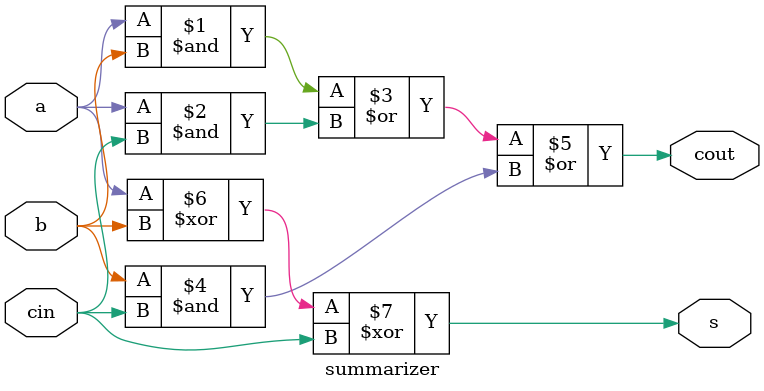
<source format=sv>
`timescale 1ns / 1ps


module summarizer(
    input   logic   a,
    input   logic   b,
    input   logic   cin,
    output  logic   s,
    output  logic   cout
    );

assign cout = a & b | a & cin | b & cin;
assign s = a ^ b ^ cin;

endmodule

</source>
